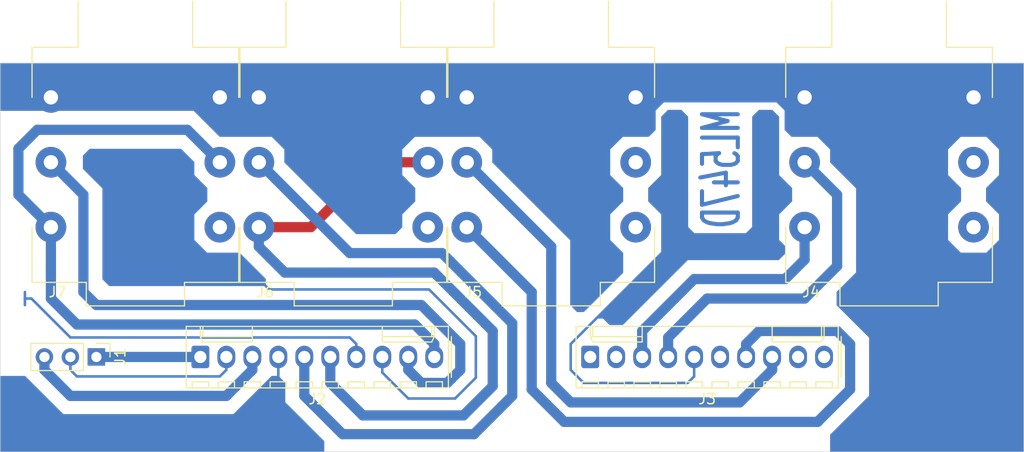
<source format=kicad_pcb>
(kicad_pcb (version 20171130) (host pcbnew 5.1.7-a382d34a8~87~ubuntu16.04.1)

  (general
    (thickness 1.6)
    (drawings 11)
    (tracks 119)
    (zones 0)
    (modules 7)
    (nets 28)
  )

  (page A4)
  (layers
    (0 F.Cu signal)
    (31 B.Cu signal)
    (32 B.Adhes user)
    (33 F.Adhes user)
    (34 B.Paste user)
    (35 F.Paste user)
    (36 B.SilkS user)
    (37 F.SilkS user)
    (38 B.Mask user)
    (39 F.Mask user)
    (40 Dwgs.User user)
    (41 Cmts.User user)
    (42 Eco1.User user)
    (43 Eco2.User user)
    (44 Edge.Cuts user)
    (45 Margin user)
    (46 B.CrtYd user)
    (47 F.CrtYd user)
    (48 B.Fab user)
    (49 F.Fab user)
  )

  (setup
    (last_trace_width 0.25)
    (user_trace_width 1)
    (user_trace_width 4)
    (trace_clearance 0.2)
    (zone_clearance 0.508)
    (zone_45_only no)
    (trace_min 0.2)
    (via_size 0.8)
    (via_drill 0.4)
    (via_min_size 0.4)
    (via_min_drill 0.3)
    (uvia_size 0.3)
    (uvia_drill 0.1)
    (uvias_allowed no)
    (uvia_min_size 0.2)
    (uvia_min_drill 0.1)
    (edge_width 0.05)
    (segment_width 0.2)
    (pcb_text_width 0.3)
    (pcb_text_size 1.5 1.5)
    (mod_edge_width 0.12)
    (mod_text_size 1 1)
    (mod_text_width 0.15)
    (pad_size 1.524 1.524)
    (pad_drill 0.762)
    (pad_to_mask_clearance 0)
    (aux_axis_origin 0 0)
    (visible_elements FFFFFF7F)
    (pcbplotparams
      (layerselection 0x010fc_ffffffff)
      (usegerberextensions false)
      (usegerberattributes true)
      (usegerberadvancedattributes true)
      (creategerberjobfile true)
      (excludeedgelayer true)
      (linewidth 0.100000)
      (plotframeref false)
      (viasonmask false)
      (mode 1)
      (useauxorigin false)
      (hpglpennumber 1)
      (hpglpenspeed 20)
      (hpglpendiameter 15.000000)
      (psnegative false)
      (psa4output false)
      (plotreference true)
      (plotvalue true)
      (plotinvisibletext false)
      (padsonsilk false)
      (subtractmaskfromsilk false)
      (outputformat 1)
      (mirror false)
      (drillshape 1)
      (scaleselection 1)
      (outputdirectory ""))
  )

  (net 0 "")
  (net 1 "Net-(J1-Pad2)")
  (net 2 "Net-(J1-Pad1)")
  (net 3 "Net-(J2-Pad7)")
  (net 4 "Net-(J2-Pad6)")
  (net 5 "Net-(J2-Pad5)")
  (net 6 "Net-(J2-Pad4)")
  (net 7 "Net-(J3-Pad10)")
  (net 8 "Net-(J3-Pad9)")
  (net 9 "Net-(J3-Pad8)")
  (net 10 "Net-(J3-Pad7)")
  (net 11 "Net-(J3-Pad6)")
  (net 12 "Net-(J3-Pad5)")
  (net 13 "Net-(J3-Pad4)")
  (net 14 "Net-(J3-Pad3)")
  (net 15 "Net-(J3-Pad2)")
  (net 16 "Net-(J3-Pad1)")
  (net 17 "Net-(J4-PadS)")
  (net 18 "Net-(J4-PadRN)")
  (net 19 "Net-(J4-PadTN)")
  (net 20 "Net-(J5-PadRN)")
  (net 21 "Net-(J5-PadTN)")
  (net 22 "Net-(J6-PadTN)")
  (net 23 "Net-(J7-PadTN)")
  (net 24 "Net-(J1-Pad3)")
  (net 25 "Net-(J2-Pad10)")
  (net 26 "Net-(J2-Pad9)")
  (net 27 "Net-(J2-Pad8)")

  (net_class Default "This is the default net class."
    (clearance 0.2)
    (trace_width 0.25)
    (via_dia 0.8)
    (via_drill 0.4)
    (uvia_dia 0.3)
    (uvia_drill 0.1)
    (add_net "Net-(J1-Pad1)")
    (add_net "Net-(J1-Pad2)")
    (add_net "Net-(J1-Pad3)")
    (add_net "Net-(J2-Pad10)")
    (add_net "Net-(J2-Pad4)")
    (add_net "Net-(J2-Pad5)")
    (add_net "Net-(J2-Pad6)")
    (add_net "Net-(J2-Pad7)")
    (add_net "Net-(J2-Pad8)")
    (add_net "Net-(J2-Pad9)")
    (add_net "Net-(J3-Pad1)")
    (add_net "Net-(J3-Pad10)")
    (add_net "Net-(J3-Pad2)")
    (add_net "Net-(J3-Pad3)")
    (add_net "Net-(J3-Pad4)")
    (add_net "Net-(J3-Pad5)")
    (add_net "Net-(J3-Pad6)")
    (add_net "Net-(J3-Pad7)")
    (add_net "Net-(J3-Pad8)")
    (add_net "Net-(J3-Pad9)")
    (add_net "Net-(J4-PadRN)")
    (add_net "Net-(J4-PadS)")
    (add_net "Net-(J4-PadTN)")
    (add_net "Net-(J5-PadRN)")
    (add_net "Net-(J5-PadTN)")
    (add_net "Net-(J6-PadTN)")
    (add_net "Net-(J7-PadTN)")
  )

  (module ML547D:Molex_KK-254_AE-6410-10A_1x10_P2.54mm_Vertical_reversed (layer F.Cu) (tedit 5FB7B9B0) (tstamp 5FB748FA)
    (at 110.49 172.72 180)
    (descr "Molex KK-254 Interconnect System, old/engineering part number: AE-6410-10A example for new part number: 22-27-2101, 10 Pins (http://www.molex.com/pdm_docs/sd/022272021_sd.pdf), generated with kicad-footprint-generator")
    (tags "connector Molex KK-254 vertical")
    (path /5FB17876)
    (fp_text reference J3 (at 11.43 -4.12 180) (layer F.SilkS)
      (effects (font (size 1 1) (thickness 0.15)))
    )
    (fp_text value Ribbon (at 11.43 4.08 180) (layer F.Fab)
      (effects (font (size 1 1) (thickness 0.15)))
    )
    (fp_text user %R (at 11.43 -2.22 180) (layer F.Fab)
      (effects (font (size 1 1) (thickness 0.15)))
    )
    (fp_line (start -1.27 -2.92) (end -1.27 2.88) (layer F.Fab) (width 0.1))
    (fp_line (start -1.27 2.88) (end 24.13 2.88) (layer F.Fab) (width 0.1))
    (fp_line (start 24.13 2.88) (end 24.13 -2.92) (layer F.Fab) (width 0.1))
    (fp_line (start 24.13 -2.92) (end -1.27 -2.92) (layer F.Fab) (width 0.1))
    (fp_line (start -1.38 -3.03) (end -1.38 2.99) (layer F.SilkS) (width 0.12))
    (fp_line (start -1.38 2.99) (end 24.24 2.99) (layer F.SilkS) (width 0.12))
    (fp_line (start 24.24 2.99) (end 24.24 -3.03) (layer F.SilkS) (width 0.12))
    (fp_line (start 24.24 -3.03) (end -1.38 -3.03) (layer F.SilkS) (width 0.12))
    (fp_line (start -1.67 -2) (end -1.67 2) (layer F.SilkS) (width 0.12))
    (fp_line (start -1.27 -0.5) (end -0.562893 0) (layer F.Fab) (width 0.1))
    (fp_line (start -0.562893 0) (end -1.27 0.5) (layer F.Fab) (width 0.1))
    (fp_line (start 0 2.99) (end 0 1.99) (layer F.SilkS) (width 0.12))
    (fp_line (start 0 1.99) (end 5.08 1.99) (layer F.SilkS) (width 0.12))
    (fp_line (start 5.08 1.99) (end 5.08 2.99) (layer F.SilkS) (width 0.12))
    (fp_line (start 0 1.99) (end 0.25 1.46) (layer F.SilkS) (width 0.12))
    (fp_line (start 0.25 1.46) (end 5.08 1.46) (layer F.SilkS) (width 0.12))
    (fp_line (start 5.08 1.46) (end 5.08 1.99) (layer F.SilkS) (width 0.12))
    (fp_line (start 0.25 2.99) (end 0.25 1.99) (layer F.SilkS) (width 0.12))
    (fp_line (start 22.86 2.99) (end 22.86 1.99) (layer F.SilkS) (width 0.12))
    (fp_line (start 22.86 1.99) (end 17.78 1.99) (layer F.SilkS) (width 0.12))
    (fp_line (start 17.78 1.99) (end 17.78 2.99) (layer F.SilkS) (width 0.12))
    (fp_line (start 22.86 1.99) (end 22.61 1.46) (layer F.SilkS) (width 0.12))
    (fp_line (start 22.61 1.46) (end 17.78 1.46) (layer F.SilkS) (width 0.12))
    (fp_line (start 17.78 1.46) (end 17.78 1.99) (layer F.SilkS) (width 0.12))
    (fp_line (start 22.61 2.99) (end 22.61 1.99) (layer F.SilkS) (width 0.12))
    (fp_line (start -0.8 -3.03) (end -0.8 -2.43) (layer F.SilkS) (width 0.12))
    (fp_line (start -0.8 -2.43) (end 0.8 -2.43) (layer F.SilkS) (width 0.12))
    (fp_line (start 0.8 -2.43) (end 0.8 -3.03) (layer F.SilkS) (width 0.12))
    (fp_line (start 1.74 -3.03) (end 1.74 -2.43) (layer F.SilkS) (width 0.12))
    (fp_line (start 1.74 -2.43) (end 3.34 -2.43) (layer F.SilkS) (width 0.12))
    (fp_line (start 3.34 -2.43) (end 3.34 -3.03) (layer F.SilkS) (width 0.12))
    (fp_line (start 4.28 -3.03) (end 4.28 -2.43) (layer F.SilkS) (width 0.12))
    (fp_line (start 4.28 -2.43) (end 5.88 -2.43) (layer F.SilkS) (width 0.12))
    (fp_line (start 5.88 -2.43) (end 5.88 -3.03) (layer F.SilkS) (width 0.12))
    (fp_line (start 6.82 -3.03) (end 6.82 -2.43) (layer F.SilkS) (width 0.12))
    (fp_line (start 6.82 -2.43) (end 8.42 -2.43) (layer F.SilkS) (width 0.12))
    (fp_line (start 8.42 -2.43) (end 8.42 -3.03) (layer F.SilkS) (width 0.12))
    (fp_line (start 9.36 -3.03) (end 9.36 -2.43) (layer F.SilkS) (width 0.12))
    (fp_line (start 9.36 -2.43) (end 10.96 -2.43) (layer F.SilkS) (width 0.12))
    (fp_line (start 10.96 -2.43) (end 10.96 -3.03) (layer F.SilkS) (width 0.12))
    (fp_line (start 11.9 -3.03) (end 11.9 -2.43) (layer F.SilkS) (width 0.12))
    (fp_line (start 11.9 -2.43) (end 13.5 -2.43) (layer F.SilkS) (width 0.12))
    (fp_line (start 13.5 -2.43) (end 13.5 -3.03) (layer F.SilkS) (width 0.12))
    (fp_line (start 14.44 -3.03) (end 14.44 -2.43) (layer F.SilkS) (width 0.12))
    (fp_line (start 14.44 -2.43) (end 16.04 -2.43) (layer F.SilkS) (width 0.12))
    (fp_line (start 16.04 -2.43) (end 16.04 -3.03) (layer F.SilkS) (width 0.12))
    (fp_line (start 16.98 -3.03) (end 16.98 -2.43) (layer F.SilkS) (width 0.12))
    (fp_line (start 16.98 -2.43) (end 18.58 -2.43) (layer F.SilkS) (width 0.12))
    (fp_line (start 18.58 -2.43) (end 18.58 -3.03) (layer F.SilkS) (width 0.12))
    (fp_line (start 19.52 -3.03) (end 19.52 -2.43) (layer F.SilkS) (width 0.12))
    (fp_line (start 19.52 -2.43) (end 21.12 -2.43) (layer F.SilkS) (width 0.12))
    (fp_line (start 21.12 -2.43) (end 21.12 -3.03) (layer F.SilkS) (width 0.12))
    (fp_line (start 22.06 -3.03) (end 22.06 -2.43) (layer F.SilkS) (width 0.12))
    (fp_line (start 22.06 -2.43) (end 23.66 -2.43) (layer F.SilkS) (width 0.12))
    (fp_line (start 23.66 -2.43) (end 23.66 -3.03) (layer F.SilkS) (width 0.12))
    (fp_line (start -1.77 -3.42) (end -1.77 3.38) (layer F.CrtYd) (width 0.05))
    (fp_line (start -1.77 3.38) (end 24.63 3.38) (layer F.CrtYd) (width 0.05))
    (fp_line (start 24.63 3.38) (end 24.63 -3.42) (layer F.CrtYd) (width 0.05))
    (fp_line (start 24.63 -3.42) (end -1.77 -3.42) (layer F.CrtYd) (width 0.05))
    (pad 10 thru_hole oval (at 0 0 180) (size 1.74 2.19) (drill 1.19) (layers *.Cu *.Mask)
      (net 7 "Net-(J3-Pad10)"))
    (pad 9 thru_hole oval (at 2.54 0 180) (size 1.74 2.19) (drill 1.19) (layers *.Cu *.Mask)
      (net 8 "Net-(J3-Pad9)"))
    (pad 8 thru_hole oval (at 5.08 0 180) (size 1.74 2.19) (drill 1.19) (layers *.Cu *.Mask)
      (net 9 "Net-(J3-Pad8)"))
    (pad 7 thru_hole oval (at 7.62 0 180) (size 1.74 2.19) (drill 1.19) (layers *.Cu *.Mask)
      (net 10 "Net-(J3-Pad7)"))
    (pad 6 thru_hole oval (at 10.16 0 180) (size 1.74 2.19) (drill 1.19) (layers *.Cu *.Mask)
      (net 11 "Net-(J3-Pad6)"))
    (pad 5 thru_hole oval (at 12.7 0 180) (size 1.74 2.19) (drill 1.19) (layers *.Cu *.Mask)
      (net 12 "Net-(J3-Pad5)"))
    (pad 4 thru_hole oval (at 15.24 0 180) (size 1.74 2.19) (drill 1.19) (layers *.Cu *.Mask)
      (net 13 "Net-(J3-Pad4)"))
    (pad 3 thru_hole oval (at 17.78 0 180) (size 1.74 2.19) (drill 1.19) (layers *.Cu *.Mask)
      (net 14 "Net-(J3-Pad3)"))
    (pad 2 thru_hole oval (at 20.32 0 180) (size 1.74 2.19) (drill 1.19) (layers *.Cu *.Mask)
      (net 15 "Net-(J3-Pad2)"))
    (pad 1 thru_hole roundrect (at 22.86 0 180) (size 1.74 2.19) (drill 1.19) (layers *.Cu *.Mask) (roundrect_rratio 0.144)
      (net 16 "Net-(J3-Pad1)"))
    (model ${KISYS3DMOD}/Connector_Molex.3dshapes/Molex_KK-254_AE-6410-10A_1x10_P2.54mm_Vertical.wrl
      (at (xyz 0 0 0))
      (scale (xyz 1 1 1))
      (rotate (xyz 0 0 0))
    )
  )

  (module ML547D:Molex_KK-254_AE-6410-10A_1x10_P2.54mm_Vertical_reversed (layer F.Cu) (tedit 5FB7B9B0) (tstamp 5FB7397B)
    (at 72.39 172.72 180)
    (descr "Molex KK-254 Interconnect System, old/engineering part number: AE-6410-10A example for new part number: 22-27-2101, 10 Pins (http://www.molex.com/pdm_docs/sd/022272021_sd.pdf), generated with kicad-footprint-generator")
    (tags "connector Molex KK-254 vertical")
    (path /5FB1AD9E)
    (fp_text reference J2 (at 11.43 -4.12 180) (layer F.SilkS)
      (effects (font (size 1 1) (thickness 0.15)))
    )
    (fp_text value Ribbon (at 11.43 4.08 180) (layer F.Fab)
      (effects (font (size 1 1) (thickness 0.15)))
    )
    (fp_text user %R (at 11.43 -2.22 180) (layer F.Fab)
      (effects (font (size 1 1) (thickness 0.15)))
    )
    (fp_line (start -1.27 -2.92) (end -1.27 2.88) (layer F.Fab) (width 0.1))
    (fp_line (start -1.27 2.88) (end 24.13 2.88) (layer F.Fab) (width 0.1))
    (fp_line (start 24.13 2.88) (end 24.13 -2.92) (layer F.Fab) (width 0.1))
    (fp_line (start 24.13 -2.92) (end -1.27 -2.92) (layer F.Fab) (width 0.1))
    (fp_line (start -1.38 -3.03) (end -1.38 2.99) (layer F.SilkS) (width 0.12))
    (fp_line (start -1.38 2.99) (end 24.24 2.99) (layer F.SilkS) (width 0.12))
    (fp_line (start 24.24 2.99) (end 24.24 -3.03) (layer F.SilkS) (width 0.12))
    (fp_line (start 24.24 -3.03) (end -1.38 -3.03) (layer F.SilkS) (width 0.12))
    (fp_line (start -1.67 -2) (end -1.67 2) (layer F.SilkS) (width 0.12))
    (fp_line (start -1.27 -0.5) (end -0.562893 0) (layer F.Fab) (width 0.1))
    (fp_line (start -0.562893 0) (end -1.27 0.5) (layer F.Fab) (width 0.1))
    (fp_line (start 0 2.99) (end 0 1.99) (layer F.SilkS) (width 0.12))
    (fp_line (start 0 1.99) (end 5.08 1.99) (layer F.SilkS) (width 0.12))
    (fp_line (start 5.08 1.99) (end 5.08 2.99) (layer F.SilkS) (width 0.12))
    (fp_line (start 0 1.99) (end 0.25 1.46) (layer F.SilkS) (width 0.12))
    (fp_line (start 0.25 1.46) (end 5.08 1.46) (layer F.SilkS) (width 0.12))
    (fp_line (start 5.08 1.46) (end 5.08 1.99) (layer F.SilkS) (width 0.12))
    (fp_line (start 0.25 2.99) (end 0.25 1.99) (layer F.SilkS) (width 0.12))
    (fp_line (start 22.86 2.99) (end 22.86 1.99) (layer F.SilkS) (width 0.12))
    (fp_line (start 22.86 1.99) (end 17.78 1.99) (layer F.SilkS) (width 0.12))
    (fp_line (start 17.78 1.99) (end 17.78 2.99) (layer F.SilkS) (width 0.12))
    (fp_line (start 22.86 1.99) (end 22.61 1.46) (layer F.SilkS) (width 0.12))
    (fp_line (start 22.61 1.46) (end 17.78 1.46) (layer F.SilkS) (width 0.12))
    (fp_line (start 17.78 1.46) (end 17.78 1.99) (layer F.SilkS) (width 0.12))
    (fp_line (start 22.61 2.99) (end 22.61 1.99) (layer F.SilkS) (width 0.12))
    (fp_line (start -0.8 -3.03) (end -0.8 -2.43) (layer F.SilkS) (width 0.12))
    (fp_line (start -0.8 -2.43) (end 0.8 -2.43) (layer F.SilkS) (width 0.12))
    (fp_line (start 0.8 -2.43) (end 0.8 -3.03) (layer F.SilkS) (width 0.12))
    (fp_line (start 1.74 -3.03) (end 1.74 -2.43) (layer F.SilkS) (width 0.12))
    (fp_line (start 1.74 -2.43) (end 3.34 -2.43) (layer F.SilkS) (width 0.12))
    (fp_line (start 3.34 -2.43) (end 3.34 -3.03) (layer F.SilkS) (width 0.12))
    (fp_line (start 4.28 -3.03) (end 4.28 -2.43) (layer F.SilkS) (width 0.12))
    (fp_line (start 4.28 -2.43) (end 5.88 -2.43) (layer F.SilkS) (width 0.12))
    (fp_line (start 5.88 -2.43) (end 5.88 -3.03) (layer F.SilkS) (width 0.12))
    (fp_line (start 6.82 -3.03) (end 6.82 -2.43) (layer F.SilkS) (width 0.12))
    (fp_line (start 6.82 -2.43) (end 8.42 -2.43) (layer F.SilkS) (width 0.12))
    (fp_line (start 8.42 -2.43) (end 8.42 -3.03) (layer F.SilkS) (width 0.12))
    (fp_line (start 9.36 -3.03) (end 9.36 -2.43) (layer F.SilkS) (width 0.12))
    (fp_line (start 9.36 -2.43) (end 10.96 -2.43) (layer F.SilkS) (width 0.12))
    (fp_line (start 10.96 -2.43) (end 10.96 -3.03) (layer F.SilkS) (width 0.12))
    (fp_line (start 11.9 -3.03) (end 11.9 -2.43) (layer F.SilkS) (width 0.12))
    (fp_line (start 11.9 -2.43) (end 13.5 -2.43) (layer F.SilkS) (width 0.12))
    (fp_line (start 13.5 -2.43) (end 13.5 -3.03) (layer F.SilkS) (width 0.12))
    (fp_line (start 14.44 -3.03) (end 14.44 -2.43) (layer F.SilkS) (width 0.12))
    (fp_line (start 14.44 -2.43) (end 16.04 -2.43) (layer F.SilkS) (width 0.12))
    (fp_line (start 16.04 -2.43) (end 16.04 -3.03) (layer F.SilkS) (width 0.12))
    (fp_line (start 16.98 -3.03) (end 16.98 -2.43) (layer F.SilkS) (width 0.12))
    (fp_line (start 16.98 -2.43) (end 18.58 -2.43) (layer F.SilkS) (width 0.12))
    (fp_line (start 18.58 -2.43) (end 18.58 -3.03) (layer F.SilkS) (width 0.12))
    (fp_line (start 19.52 -3.03) (end 19.52 -2.43) (layer F.SilkS) (width 0.12))
    (fp_line (start 19.52 -2.43) (end 21.12 -2.43) (layer F.SilkS) (width 0.12))
    (fp_line (start 21.12 -2.43) (end 21.12 -3.03) (layer F.SilkS) (width 0.12))
    (fp_line (start 22.06 -3.03) (end 22.06 -2.43) (layer F.SilkS) (width 0.12))
    (fp_line (start 22.06 -2.43) (end 23.66 -2.43) (layer F.SilkS) (width 0.12))
    (fp_line (start 23.66 -2.43) (end 23.66 -3.03) (layer F.SilkS) (width 0.12))
    (fp_line (start -1.77 -3.42) (end -1.77 3.38) (layer F.CrtYd) (width 0.05))
    (fp_line (start -1.77 3.38) (end 24.63 3.38) (layer F.CrtYd) (width 0.05))
    (fp_line (start 24.63 3.38) (end 24.63 -3.42) (layer F.CrtYd) (width 0.05))
    (fp_line (start 24.63 -3.42) (end -1.77 -3.42) (layer F.CrtYd) (width 0.05))
    (pad 10 thru_hole oval (at 0 0 180) (size 1.74 2.19) (drill 1.19) (layers *.Cu *.Mask)
      (net 25 "Net-(J2-Pad10)"))
    (pad 9 thru_hole oval (at 2.54 0 180) (size 1.74 2.19) (drill 1.19) (layers *.Cu *.Mask)
      (net 26 "Net-(J2-Pad9)"))
    (pad 8 thru_hole oval (at 5.08 0 180) (size 1.74 2.19) (drill 1.19) (layers *.Cu *.Mask)
      (net 27 "Net-(J2-Pad8)"))
    (pad 7 thru_hole oval (at 7.62 0 180) (size 1.74 2.19) (drill 1.19) (layers *.Cu *.Mask)
      (net 3 "Net-(J2-Pad7)"))
    (pad 6 thru_hole oval (at 10.16 0 180) (size 1.74 2.19) (drill 1.19) (layers *.Cu *.Mask)
      (net 4 "Net-(J2-Pad6)"))
    (pad 5 thru_hole oval (at 12.7 0 180) (size 1.74 2.19) (drill 1.19) (layers *.Cu *.Mask)
      (net 5 "Net-(J2-Pad5)"))
    (pad 4 thru_hole oval (at 15.24 0 180) (size 1.74 2.19) (drill 1.19) (layers *.Cu *.Mask)
      (net 6 "Net-(J2-Pad4)"))
    (pad 3 thru_hole oval (at 17.78 0 180) (size 1.74 2.19) (drill 1.19) (layers *.Cu *.Mask)
      (net 24 "Net-(J1-Pad3)"))
    (pad 2 thru_hole oval (at 20.32 0 180) (size 1.74 2.19) (drill 1.19) (layers *.Cu *.Mask)
      (net 1 "Net-(J1-Pad2)"))
    (pad 1 thru_hole roundrect (at 22.86 0 180) (size 1.74 2.19) (drill 1.19) (layers *.Cu *.Mask) (roundrect_rratio 0.144)
      (net 2 "Net-(J1-Pad1)"))
    (model ${KISYS3DMOD}/Connector_Molex.3dshapes/Molex_KK-254_AE-6410-10A_1x10_P2.54mm_Vertical.wrl
      (at (xyz 0 0 0))
      (scale (xyz 1 1 1))
      (rotate (xyz 0 0 0))
    )
  )

  (module Connector_PinHeader_2.54mm:PinHeader_1x03_P2.54mm_Vertical (layer F.Cu) (tedit 59FED5CC) (tstamp 5FB73DEB)
    (at 39.37 172.72 270)
    (descr "Through hole straight pin header, 1x03, 2.54mm pitch, single row")
    (tags "Through hole pin header THT 1x03 2.54mm single row")
    (path /5FB2386E)
    (fp_text reference J1 (at 0 -2.33 90) (layer F.SilkS)
      (effects (font (size 1 1) (thickness 0.15)))
    )
    (fp_text value "Direct Out" (at 0 7.41 90) (layer F.Fab)
      (effects (font (size 1 1) (thickness 0.15)))
    )
    (fp_line (start -0.635 -1.27) (end 1.27 -1.27) (layer F.Fab) (width 0.1))
    (fp_line (start 1.27 -1.27) (end 1.27 6.35) (layer F.Fab) (width 0.1))
    (fp_line (start 1.27 6.35) (end -1.27 6.35) (layer F.Fab) (width 0.1))
    (fp_line (start -1.27 6.35) (end -1.27 -0.635) (layer F.Fab) (width 0.1))
    (fp_line (start -1.27 -0.635) (end -0.635 -1.27) (layer F.Fab) (width 0.1))
    (fp_line (start -1.33 6.41) (end 1.33 6.41) (layer F.SilkS) (width 0.12))
    (fp_line (start -1.33 1.27) (end -1.33 6.41) (layer F.SilkS) (width 0.12))
    (fp_line (start 1.33 1.27) (end 1.33 6.41) (layer F.SilkS) (width 0.12))
    (fp_line (start -1.33 1.27) (end 1.33 1.27) (layer F.SilkS) (width 0.12))
    (fp_line (start -1.33 0) (end -1.33 -1.33) (layer F.SilkS) (width 0.12))
    (fp_line (start -1.33 -1.33) (end 0 -1.33) (layer F.SilkS) (width 0.12))
    (fp_line (start -1.8 -1.8) (end -1.8 6.85) (layer F.CrtYd) (width 0.05))
    (fp_line (start -1.8 6.85) (end 1.8 6.85) (layer F.CrtYd) (width 0.05))
    (fp_line (start 1.8 6.85) (end 1.8 -1.8) (layer F.CrtYd) (width 0.05))
    (fp_line (start 1.8 -1.8) (end -1.8 -1.8) (layer F.CrtYd) (width 0.05))
    (fp_text user %R (at 0 2.54) (layer F.Fab)
      (effects (font (size 1 1) (thickness 0.15)))
    )
    (pad 3 thru_hole oval (at 0 5.08 270) (size 1.7 1.7) (drill 1) (layers *.Cu *.Mask)
      (net 24 "Net-(J1-Pad3)"))
    (pad 2 thru_hole oval (at 0 2.54 270) (size 1.7 1.7) (drill 1) (layers *.Cu *.Mask)
      (net 1 "Net-(J1-Pad2)"))
    (pad 1 thru_hole rect (at 0 0 270) (size 1.7 1.7) (drill 1) (layers *.Cu *.Mask)
      (net 2 "Net-(J1-Pad1)"))
    (model ${KISYS3DMOD}/Connector_PinHeader_2.54mm.3dshapes/PinHeader_1x03_P2.54mm_Vertical.wrl
      (at (xyz 0 0 0))
      (scale (xyz 1 1 1))
      (rotate (xyz 0 0 0))
    )
  )

  (module Cliff:CL13345 (layer F.Cu) (tedit 5F96A063) (tstamp 5FB73A5D)
    (at 43.18 147.32 90)
    (path /5FB1DA45)
    (fp_text reference J7 (at -19.05 -7.62 180) (layer F.SilkS)
      (effects (font (size 1 1) (thickness 0.15)))
    )
    (fp_text value "Insert L" (at -6.35 -1.27 270) (layer F.Fab)
      (effects (font (size 1 1) (thickness 0.15)))
    )
    (fp_line (start -20.5 10.1) (end -20.5 -10.1) (layer F.CrtYd) (width 0.05))
    (fp_line (start 9.5 10.1) (end -20.5 10.1) (layer F.CrtYd) (width 0.05))
    (fp_line (start 9.5 -10.1) (end 9.5 10.1) (layer F.CrtYd) (width 0.05))
    (fp_line (start -20.5 -10.1) (end 9.5 -10.1) (layer F.CrtYd) (width 0.05))
    (fp_line (start 4.8 -10) (end 4.8 10) (layer F.Fab) (width 0.12))
    (fp_line (start 4.8 -10) (end -18 -10) (layer F.Fab) (width 0.12))
    (fp_line (start -18 -10) (end -18 10) (layer F.Fab) (width 0.12))
    (fp_line (start -18 10) (end 4.8 10) (layer F.Fab) (width 0.12))
    (fp_line (start -20.3 4.7) (end -20.3 -4.7) (layer F.Fab) (width 0.12))
    (fp_line (start -20.3 -4.7) (end -18 -4.7) (layer F.Fab) (width 0.12))
    (fp_line (start -20.3 4.7) (end -18 4.7) (layer F.Fab) (width 0.12))
    (fp_line (start 9.4 5.5) (end 9.4 -5.5) (layer F.Fab) (width 0.12))
    (fp_line (start 9.4 -5.5) (end 4.8 -5.5) (layer F.Fab) (width 0.12))
    (fp_line (start 9.4 5.5) (end 4.8 5.5) (layer F.Fab) (width 0.12))
    (fp_line (start 9.4 -5.6) (end 4.9 -5.6) (layer F.SilkS) (width 0.12))
    (fp_line (start 4.9 -5.6) (end 4.9 -10.1) (layer F.SilkS) (width 0.12))
    (fp_line (start 4.9 -10.1) (end 0 -10.1) (layer F.SilkS) (width 0.12))
    (fp_line (start 9.4 5.6) (end 4.9 5.6) (layer F.SilkS) (width 0.12))
    (fp_line (start 4.9 5.6) (end 4.9 10.1) (layer F.SilkS) (width 0.12))
    (fp_line (start 4.9 10.1) (end 0 10.1) (layer F.SilkS) (width 0.12))
    (fp_line (start -12.7 -10.1) (end -18.1 -10.1) (layer F.SilkS) (width 0.12))
    (fp_line (start -18.1 -10.1) (end -18.1 -4.8) (layer F.SilkS) (width 0.12))
    (fp_line (start -18.1 -4.8) (end -20.4 -4.8) (layer F.SilkS) (width 0.12))
    (fp_line (start -20.4 -4.8) (end -20.4 4.8) (layer F.SilkS) (width 0.12))
    (fp_line (start -20.4 4.8) (end -18.1 4.8) (layer F.SilkS) (width 0.12))
    (fp_line (start -18.1 4.8) (end -18.1 10.1) (layer F.SilkS) (width 0.12))
    (fp_line (start -18.1 10.1) (end -12.7 10.1) (layer F.SilkS) (width 0.12))
    (fp_text user Jack_6.35mm_Cliff_CL13345 (at -6.35 1.27 90) (layer F.Fab)
      (effects (font (size 1 1) (thickness 0.15)))
    )
    (pad S thru_hole circle (at 0 -8.255 180) (size 3 3) (drill 1.4) (layers *.Cu *.Mask)
      (net 17 "Net-(J4-PadS)"))
    (pad T thru_hole circle (at -12.7 -8.255 180) (size 3 3) (drill 1.4) (layers *.Cu *.Mask)
      (net 25 "Net-(J2-Pad10)"))
    (pad R thru_hole circle (at -6.35 -8.255 180) (size 3 3) (drill 1.4) (layers *.Cu *.Mask)
      (net 26 "Net-(J2-Pad9)"))
    (pad SN thru_hole circle (at 0 8.255 180) (size 3 3) (drill 1.4) (layers *.Cu *.Mask)
      (net 17 "Net-(J4-PadS)"))
    (pad RN thru_hole circle (at -6.35 8.255 180) (size 3 3) (drill 1.4) (layers *.Cu *.Mask)
      (net 25 "Net-(J2-Pad10)"))
    (pad TN thru_hole circle (at -12.7 8.255 180) (size 3 3) (drill 1.4) (layers *.Cu *.Mask)
      (net 23 "Net-(J7-PadTN)"))
    (model ${KIPRJMOD}/CL13345.step
      (offset (xyz -18 -10 0))
      (scale (xyz 1 1 1))
      (rotate (xyz 0 0 -90))
    )
  )

  (module Cliff:CL13345 (layer F.Cu) (tedit 5F96A063) (tstamp 5FB73A37)
    (at 63.5 147.32 90)
    (path /5FB1CCFA)
    (fp_text reference J6 (at -19.05 -7.62 180) (layer F.SilkS)
      (effects (font (size 1 1) (thickness 0.15)))
    )
    (fp_text value "Insert R" (at -6.35 -1.27 270) (layer F.Fab)
      (effects (font (size 1 1) (thickness 0.15)))
    )
    (fp_line (start -20.5 10.1) (end -20.5 -10.1) (layer F.CrtYd) (width 0.05))
    (fp_line (start 9.5 10.1) (end -20.5 10.1) (layer F.CrtYd) (width 0.05))
    (fp_line (start 9.5 -10.1) (end 9.5 10.1) (layer F.CrtYd) (width 0.05))
    (fp_line (start -20.5 -10.1) (end 9.5 -10.1) (layer F.CrtYd) (width 0.05))
    (fp_line (start 4.8 -10) (end 4.8 10) (layer F.Fab) (width 0.12))
    (fp_line (start 4.8 -10) (end -18 -10) (layer F.Fab) (width 0.12))
    (fp_line (start -18 -10) (end -18 10) (layer F.Fab) (width 0.12))
    (fp_line (start -18 10) (end 4.8 10) (layer F.Fab) (width 0.12))
    (fp_line (start -20.3 4.7) (end -20.3 -4.7) (layer F.Fab) (width 0.12))
    (fp_line (start -20.3 -4.7) (end -18 -4.7) (layer F.Fab) (width 0.12))
    (fp_line (start -20.3 4.7) (end -18 4.7) (layer F.Fab) (width 0.12))
    (fp_line (start 9.4 5.5) (end 9.4 -5.5) (layer F.Fab) (width 0.12))
    (fp_line (start 9.4 -5.5) (end 4.8 -5.5) (layer F.Fab) (width 0.12))
    (fp_line (start 9.4 5.5) (end 4.8 5.5) (layer F.Fab) (width 0.12))
    (fp_line (start 9.4 -5.6) (end 4.9 -5.6) (layer F.SilkS) (width 0.12))
    (fp_line (start 4.9 -5.6) (end 4.9 -10.1) (layer F.SilkS) (width 0.12))
    (fp_line (start 4.9 -10.1) (end 0 -10.1) (layer F.SilkS) (width 0.12))
    (fp_line (start 9.4 5.6) (end 4.9 5.6) (layer F.SilkS) (width 0.12))
    (fp_line (start 4.9 5.6) (end 4.9 10.1) (layer F.SilkS) (width 0.12))
    (fp_line (start 4.9 10.1) (end 0 10.1) (layer F.SilkS) (width 0.12))
    (fp_line (start -12.7 -10.1) (end -18.1 -10.1) (layer F.SilkS) (width 0.12))
    (fp_line (start -18.1 -10.1) (end -18.1 -4.8) (layer F.SilkS) (width 0.12))
    (fp_line (start -18.1 -4.8) (end -20.4 -4.8) (layer F.SilkS) (width 0.12))
    (fp_line (start -20.4 -4.8) (end -20.4 4.8) (layer F.SilkS) (width 0.12))
    (fp_line (start -20.4 4.8) (end -18.1 4.8) (layer F.SilkS) (width 0.12))
    (fp_line (start -18.1 4.8) (end -18.1 10.1) (layer F.SilkS) (width 0.12))
    (fp_line (start -18.1 10.1) (end -12.7 10.1) (layer F.SilkS) (width 0.12))
    (fp_text user Jack_6.35mm_Cliff_CL13345 (at -6.35 1.27 90) (layer F.Fab)
      (effects (font (size 1 1) (thickness 0.15)))
    )
    (pad S thru_hole circle (at 0 -8.255 180) (size 3 3) (drill 1.4) (layers *.Cu *.Mask)
      (net 17 "Net-(J4-PadS)"))
    (pad T thru_hole circle (at -12.7 -8.255 180) (size 3 3) (drill 1.4) (layers *.Cu *.Mask)
      (net 4 "Net-(J2-Pad6)"))
    (pad R thru_hole circle (at -6.35 -8.255 180) (size 3 3) (drill 1.4) (layers *.Cu *.Mask)
      (net 5 "Net-(J2-Pad5)"))
    (pad SN thru_hole circle (at 0 8.255 180) (size 3 3) (drill 1.4) (layers *.Cu *.Mask)
      (net 17 "Net-(J4-PadS)"))
    (pad RN thru_hole circle (at -6.35 8.255 180) (size 3 3) (drill 1.4) (layers *.Cu *.Mask)
      (net 4 "Net-(J2-Pad6)"))
    (pad TN thru_hole circle (at -12.7 8.255 180) (size 3 3) (drill 1.4) (layers *.Cu *.Mask)
      (net 22 "Net-(J6-PadTN)"))
    (model ${KIPRJMOD}/CL13345.step
      (offset (xyz -18 -10 0))
      (scale (xyz 1 1 1))
      (rotate (xyz 0 0 -90))
    )
  )

  (module Cliff:CL13345 (layer F.Cu) (tedit 5F96A063) (tstamp 5FB73A11)
    (at 83.82 147.32 90)
    (path /5FB1BE3F)
    (fp_text reference J5 (at -19.05 -7.62 180) (layer F.SilkS)
      (effects (font (size 1 1) (thickness 0.15)))
    )
    (fp_text value "Input L" (at -6.35 -1.27 270) (layer F.Fab)
      (effects (font (size 1 1) (thickness 0.15)))
    )
    (fp_line (start -20.5 10.1) (end -20.5 -10.1) (layer F.CrtYd) (width 0.05))
    (fp_line (start 9.5 10.1) (end -20.5 10.1) (layer F.CrtYd) (width 0.05))
    (fp_line (start 9.5 -10.1) (end 9.5 10.1) (layer F.CrtYd) (width 0.05))
    (fp_line (start -20.5 -10.1) (end 9.5 -10.1) (layer F.CrtYd) (width 0.05))
    (fp_line (start 4.8 -10) (end 4.8 10) (layer F.Fab) (width 0.12))
    (fp_line (start 4.8 -10) (end -18 -10) (layer F.Fab) (width 0.12))
    (fp_line (start -18 -10) (end -18 10) (layer F.Fab) (width 0.12))
    (fp_line (start -18 10) (end 4.8 10) (layer F.Fab) (width 0.12))
    (fp_line (start -20.3 4.7) (end -20.3 -4.7) (layer F.Fab) (width 0.12))
    (fp_line (start -20.3 -4.7) (end -18 -4.7) (layer F.Fab) (width 0.12))
    (fp_line (start -20.3 4.7) (end -18 4.7) (layer F.Fab) (width 0.12))
    (fp_line (start 9.4 5.5) (end 9.4 -5.5) (layer F.Fab) (width 0.12))
    (fp_line (start 9.4 -5.5) (end 4.8 -5.5) (layer F.Fab) (width 0.12))
    (fp_line (start 9.4 5.5) (end 4.8 5.5) (layer F.Fab) (width 0.12))
    (fp_line (start 9.4 -5.6) (end 4.9 -5.6) (layer F.SilkS) (width 0.12))
    (fp_line (start 4.9 -5.6) (end 4.9 -10.1) (layer F.SilkS) (width 0.12))
    (fp_line (start 4.9 -10.1) (end 0 -10.1) (layer F.SilkS) (width 0.12))
    (fp_line (start 9.4 5.6) (end 4.9 5.6) (layer F.SilkS) (width 0.12))
    (fp_line (start 4.9 5.6) (end 4.9 10.1) (layer F.SilkS) (width 0.12))
    (fp_line (start 4.9 10.1) (end 0 10.1) (layer F.SilkS) (width 0.12))
    (fp_line (start -12.7 -10.1) (end -18.1 -10.1) (layer F.SilkS) (width 0.12))
    (fp_line (start -18.1 -10.1) (end -18.1 -4.8) (layer F.SilkS) (width 0.12))
    (fp_line (start -18.1 -4.8) (end -20.4 -4.8) (layer F.SilkS) (width 0.12))
    (fp_line (start -20.4 -4.8) (end -20.4 4.8) (layer F.SilkS) (width 0.12))
    (fp_line (start -20.4 4.8) (end -18.1 4.8) (layer F.SilkS) (width 0.12))
    (fp_line (start -18.1 4.8) (end -18.1 10.1) (layer F.SilkS) (width 0.12))
    (fp_line (start -18.1 10.1) (end -12.7 10.1) (layer F.SilkS) (width 0.12))
    (fp_text user Jack_6.35mm_Cliff_CL13345 (at -6.35 1.27 90) (layer F.Fab)
      (effects (font (size 1 1) (thickness 0.15)))
    )
    (pad S thru_hole circle (at 0 -8.255 180) (size 3 3) (drill 1.4) (layers *.Cu *.Mask)
      (net 17 "Net-(J4-PadS)"))
    (pad T thru_hole circle (at -12.7 -8.255 180) (size 3 3) (drill 1.4) (layers *.Cu *.Mask)
      (net 10 "Net-(J3-Pad7)"))
    (pad R thru_hole circle (at -6.35 -8.255 180) (size 3 3) (drill 1.4) (layers *.Cu *.Mask)
      (net 9 "Net-(J3-Pad8)"))
    (pad SN thru_hole circle (at 0 8.255 180) (size 3 3) (drill 1.4) (layers *.Cu *.Mask)
      (net 17 "Net-(J4-PadS)"))
    (pad RN thru_hole circle (at -6.35 8.255 180) (size 3 3) (drill 1.4) (layers *.Cu *.Mask)
      (net 20 "Net-(J5-PadRN)"))
    (pad TN thru_hole circle (at -12.7 8.255 180) (size 3 3) (drill 1.4) (layers *.Cu *.Mask)
      (net 21 "Net-(J5-PadTN)"))
    (model ${KIPRJMOD}/CL13345.step
      (offset (xyz -18 -10 0))
      (scale (xyz 1 1 1))
      (rotate (xyz 0 0 -90))
    )
  )

  (module Cliff:CL13345 (layer F.Cu) (tedit 5F96A063) (tstamp 5FB74365)
    (at 116.84 147.32 90)
    (path /5FB1B38E)
    (fp_text reference J4 (at -19.05 -7.62 180) (layer F.SilkS)
      (effects (font (size 1 1) (thickness 0.15)))
    )
    (fp_text value "Input R" (at -6.35 -1.27 270) (layer F.Fab)
      (effects (font (size 1 1) (thickness 0.15)))
    )
    (fp_line (start -20.5 10.1) (end -20.5 -10.1) (layer F.CrtYd) (width 0.05))
    (fp_line (start 9.5 10.1) (end -20.5 10.1) (layer F.CrtYd) (width 0.05))
    (fp_line (start 9.5 -10.1) (end 9.5 10.1) (layer F.CrtYd) (width 0.05))
    (fp_line (start -20.5 -10.1) (end 9.5 -10.1) (layer F.CrtYd) (width 0.05))
    (fp_line (start 4.8 -10) (end 4.8 10) (layer F.Fab) (width 0.12))
    (fp_line (start 4.8 -10) (end -18 -10) (layer F.Fab) (width 0.12))
    (fp_line (start -18 -10) (end -18 10) (layer F.Fab) (width 0.12))
    (fp_line (start -18 10) (end 4.8 10) (layer F.Fab) (width 0.12))
    (fp_line (start -20.3 4.7) (end -20.3 -4.7) (layer F.Fab) (width 0.12))
    (fp_line (start -20.3 -4.7) (end -18 -4.7) (layer F.Fab) (width 0.12))
    (fp_line (start -20.3 4.7) (end -18 4.7) (layer F.Fab) (width 0.12))
    (fp_line (start 9.4 5.5) (end 9.4 -5.5) (layer F.Fab) (width 0.12))
    (fp_line (start 9.4 -5.5) (end 4.8 -5.5) (layer F.Fab) (width 0.12))
    (fp_line (start 9.4 5.5) (end 4.8 5.5) (layer F.Fab) (width 0.12))
    (fp_line (start 9.4 -5.6) (end 4.9 -5.6) (layer F.SilkS) (width 0.12))
    (fp_line (start 4.9 -5.6) (end 4.9 -10.1) (layer F.SilkS) (width 0.12))
    (fp_line (start 4.9 -10.1) (end 0 -10.1) (layer F.SilkS) (width 0.12))
    (fp_line (start 9.4 5.6) (end 4.9 5.6) (layer F.SilkS) (width 0.12))
    (fp_line (start 4.9 5.6) (end 4.9 10.1) (layer F.SilkS) (width 0.12))
    (fp_line (start 4.9 10.1) (end 0 10.1) (layer F.SilkS) (width 0.12))
    (fp_line (start -12.7 -10.1) (end -18.1 -10.1) (layer F.SilkS) (width 0.12))
    (fp_line (start -18.1 -10.1) (end -18.1 -4.8) (layer F.SilkS) (width 0.12))
    (fp_line (start -18.1 -4.8) (end -20.4 -4.8) (layer F.SilkS) (width 0.12))
    (fp_line (start -20.4 -4.8) (end -20.4 4.8) (layer F.SilkS) (width 0.12))
    (fp_line (start -20.4 4.8) (end -18.1 4.8) (layer F.SilkS) (width 0.12))
    (fp_line (start -18.1 4.8) (end -18.1 10.1) (layer F.SilkS) (width 0.12))
    (fp_line (start -18.1 10.1) (end -12.7 10.1) (layer F.SilkS) (width 0.12))
    (fp_text user Jack_6.35mm_Cliff_CL13345 (at -6.35 1.27 90) (layer F.Fab)
      (effects (font (size 1 1) (thickness 0.15)))
    )
    (pad S thru_hole circle (at 0 -8.255 180) (size 3 3) (drill 1.4) (layers *.Cu *.Mask)
      (net 17 "Net-(J4-PadS)"))
    (pad T thru_hole circle (at -12.7 -8.255 180) (size 3 3) (drill 1.4) (layers *.Cu *.Mask)
      (net 14 "Net-(J3-Pad3)"))
    (pad R thru_hole circle (at -6.35 -8.255 180) (size 3 3) (drill 1.4) (layers *.Cu *.Mask)
      (net 13 "Net-(J3-Pad4)"))
    (pad SN thru_hole circle (at 0 8.255 180) (size 3 3) (drill 1.4) (layers *.Cu *.Mask)
      (net 17 "Net-(J4-PadS)"))
    (pad RN thru_hole circle (at -6.35 8.255 180) (size 3 3) (drill 1.4) (layers *.Cu *.Mask)
      (net 18 "Net-(J4-PadRN)"))
    (pad TN thru_hole circle (at -12.7 8.255 180) (size 3 3) (drill 1.4) (layers *.Cu *.Mask)
      (net 19 "Net-(J4-PadTN)"))
    (model ${KIPRJMOD}/CL13345.step
      (offset (xyz -18 -10 0))
      (scale (xyz 1 1 1))
      (rotate (xyz 0 0 -90))
    )
  )

  (gr_text ML547D (at 100.457 154.305 90) (layer B.Cu)
    (effects (font (size 3.5 2) (thickness 0.4)) (justify mirror))
  )
  (gr_poly (pts (xy 130 162.56) (xy 126.365 162.56) (xy 127.635 161.29) (xy 127.635 158.75) (xy 126.365 157.48) (xy 126.365 156.21) (xy 127.635 154.94) (xy 127.635 152.4) (xy 126.365 151.13) (xy 130 151.13)) (layer B.Cu) (width 0.1))
  (gr_poly (pts (xy 36.195 178.435) (xy 52.705 178.435) (xy 56.515 174.625) (xy 57.15 174.625) (xy 57.785 175.26) (xy 57.785 177.165) (xy 61.595 180.975) (xy 61.595 182) (xy 30 182) (xy 30 174.625) (xy 32.385 174.625)) (layer B.Cu) (width 0.1))
  (gr_poly (pts (xy 48.895 153.67) (xy 48.895 154.94) (xy 50.165 156.21) (xy 50.165 157.48) (xy 48.895 158.75) (xy 48.895 161.29) (xy 50.165 162.56) (xy 53.34 162.56) (xy 55.88 165.1) (xy 55.88 165.735) (xy 40.64 165.735) (xy 40.005 165.1) (xy 40.005 156.21) (xy 38.1 154.305) (xy 38.1 153.035) (xy 38.735 152.4) (xy 47.625 152.4)) (layer B.Cu) (width 0.1))
  (gr_poly (pts (xy 96.52 148.59) (xy 97.155 149.225) (xy 97.155 160.02) (xy 97.79 160.655) (xy 102.87 160.655) (xy 103.505 160.02) (xy 103.505 149.225) (xy 104.14 148.59) (xy 105.41 148.59) (xy 106.045 149.225) (xy 106.045 154.94) (xy 107.315 156.21) (xy 107.315 157.48) (xy 106.045 158.75) (xy 106.045 161.29) (xy 106.68 161.925) (xy 106.68 162.56) (xy 106.045 163.195) (xy 97.155 163.195) (xy 90.805 169.545) (xy 89.535 169.545) (xy 88.9 168.91) (xy 88.265 168.91) (xy 94.615 162.56) (xy 94.615 158.75) (xy 93.345 157.48) (xy 93.345 156.21) (xy 94.615 154.94) (xy 94.615 149.225) (xy 95.25 148.59)) (layer B.Cu) (width 0.1))
  (gr_poly (pts (xy 130 151.13) (xy 123.825 151.13) (xy 122.555 152.4) (xy 122.555 154.94) (xy 123.825 156.21) (xy 123.825 157.48) (xy 122.555 158.75) (xy 122.555 161.29) (xy 123.825 162.56) (xy 130 162.56) (xy 130 182) (xy 111.125 182) (xy 111.125 180.34) (xy 114.935 176.53) (xy 114.935 170.815) (xy 111.76 167.64) (xy 111.76 166.37) (xy 113.665 164.465) (xy 113.665 156.21) (xy 111.125 153.67) (xy 111.125 152.4) (xy 109.855 151.13) (xy 107.315 151.13) (xy 106.68 150.495) (xy 106.68 144) (xy 130 144)) (layer B.Cu) (width 0.1))
  (gr_poly (pts (xy 106.68 144) (xy 106.68 148.59) (xy 105.41 147.32) (xy 95.25 147.32) (xy 93.98 148.59) (xy 93.98 150.495) (xy 93.345 151.13) (xy 90.805 151.13) (xy 89.535 152.4) (xy 89.535 154.94) (xy 90.805 156.21) (xy 90.805 157.48) (xy 89.535 158.75) (xy 89.535 161.29) (xy 90.805 162.56) (xy 90.805 164.465) (xy 86.995 168.275) (xy 86.36 168.275) (xy 85.725 167.64) (xy 85.725 161.29) (xy 78.105 153.67) (xy 78.105 152.4) (xy 76.835 151.13) (xy 70.485 151.13) (xy 69.215 152.4) (xy 69.215 154.94) (xy 70.485 156.21) (xy 70.485 157.48) (xy 69.215 158.75) (xy 69.215 160.02) (xy 68.58 160.655) (xy 64.77 160.655) (xy 57.785 153.67) (xy 57.785 152.4) (xy 56.515 151.13) (xy 51.435 151.13) (xy 48.895 148.59) (xy 30 148.59) (xy 30 144)) (layer B.Cu) (width 0.1))
  (gr_line (start 30 144) (end 30 182) (layer Edge.Cuts) (width 0.05) (tstamp 5FB7220D))
  (gr_line (start 130 144) (end 30 144) (layer Edge.Cuts) (width 0.05))
  (gr_line (start 130 182) (end 130 144) (layer Edge.Cuts) (width 0.05))
  (gr_line (start 30 182) (end 130 182) (layer Edge.Cuts) (width 0.05))

  (segment (start 52.07 172.72) (end 52.07 173.355) (width 0.25) (layer B.Cu) (net 1))
  (segment (start 36.83 173.99) (end 36.83 172.72) (width 0.25) (layer B.Cu) (net 1))
  (segment (start 52.07 172.72) (end 52.07 173.99) (width 0.25) (layer B.Cu) (net 1))
  (segment (start 51.435 174.625) (end 37.465 174.625) (width 0.25) (layer B.Cu) (net 1))
  (segment (start 52.07 173.99) (end 51.435 174.625) (width 0.25) (layer B.Cu) (net 1))
  (segment (start 37.465 174.625) (end 36.83 173.99) (width 0.25) (layer B.Cu) (net 1))
  (segment (start 39.37 172.72) (end 49.53 172.72) (width 1) (layer B.Cu) (net 2))
  (segment (start 32.385 175.895) (end 32.385 175.26) (width 0.25) (layer B.Cu) (net 6))
  (segment (start 32.385 175.895) (end 32.385 176.53) (width 0.25) (layer B.Cu) (net 6))
  (segment (start 33.02 175.895) (end 32.385 175.895) (width 0.25) (layer B.Cu) (net 6))
  (segment (start 57.15 172.72) (end 57.15 174.625) (width 0.25) (layer B.Cu) (net 6))
  (segment (start 57.15 174.625) (end 53.34 178.435) (width 0.25) (layer B.Cu) (net 6))
  (segment (start 53.34 178.435) (end 35.56 178.435) (width 0.25) (layer B.Cu) (net 6))
  (segment (start 35.56 178.435) (end 33.02 175.895) (width 0.25) (layer B.Cu) (net 6))
  (segment (start 64.135 162.56) (end 55.245 153.67) (width 1) (layer B.Cu) (net 5))
  (segment (start 80.01 176.53) (end 80.01 169.419) (width 1) (layer B.Cu) (net 5))
  (segment (start 59.69 172.72) (end 59.69 176.53) (width 1) (layer B.Cu) (net 5))
  (segment (start 73.151 162.56) (end 64.135 162.56) (width 1) (layer B.Cu) (net 5))
  (segment (start 59.69 176.53) (end 63.43499 180.27499) (width 1) (layer B.Cu) (net 5))
  (segment (start 80.01 169.419) (end 73.151 162.56) (width 1) (layer B.Cu) (net 5))
  (segment (start 76.26501 180.27499) (end 80.01 176.53) (width 1) (layer B.Cu) (net 5))
  (segment (start 63.43499 180.27499) (end 76.26501 180.27499) (width 1) (layer B.Cu) (net 5))
  (segment (start 57.785 164.465) (end 55.245 161.925) (width 1) (layer B.Cu) (net 4))
  (segment (start 55.245 161.925) (end 55.245 160.02) (width 1) (layer B.Cu) (net 4))
  (segment (start 72.39 164.465) (end 57.785 164.465) (width 1) (layer B.Cu) (net 4))
  (segment (start 78.105 170.18) (end 72.39 164.465) (width 1) (layer B.Cu) (net 4))
  (segment (start 78.105 175.5775) (end 78.105 170.18) (width 1) (layer B.Cu) (net 4))
  (segment (start 62.23 172.72) (end 62.23 175.26) (width 1) (layer B.Cu) (net 4))
  (segment (start 65.405 178.435) (end 75.2475 178.435) (width 1) (layer B.Cu) (net 4))
  (segment (start 62.23 175.26) (end 65.405 178.435) (width 1) (layer B.Cu) (net 4))
  (segment (start 75.2475 178.435) (end 78.105 175.5775) (width 1) (layer B.Cu) (net 4))
  (segment (start 66.675 153.67) (end 71.755 153.67) (width 1) (layer F.Cu) (net 4))
  (segment (start 60.325 160.02) (end 66.675 153.67) (width 1) (layer F.Cu) (net 4))
  (segment (start 55.245 160.02) (end 60.325 160.02) (width 1) (layer F.Cu) (net 4))
  (segment (start 64.77 172.72) (end 64.77 171.45) (width 0.25) (layer B.Cu) (net 3))
  (segment (start 64.77 171.45) (end 64.135 170.815) (width 0.25) (layer B.Cu) (net 3))
  (segment (start 64.135 170.815) (end 36.83 170.815) (width 0.25) (layer B.Cu) (net 3))
  (segment (start 36.83 170.815) (end 33.02 167.005) (width 0.25) (layer B.Cu) (net 3))
  (segment (start 33.02 167.005) (end 32.385 167.005) (width 0.25) (layer B.Cu) (net 3))
  (segment (start 32.385 167.005) (end 32.385 166.37) (width 0.25) (layer B.Cu) (net 3))
  (segment (start 32.385 167.005) (end 32.385 167.64) (width 0.25) (layer B.Cu) (net 3))
  (segment (start 47.752 156.464) (end 48.514 156.464) (width 0.25) (layer B.Cu) (net 27))
  (segment (start 47.752 156.464) (end 46.99 156.464) (width 0.25) (layer B.Cu) (net 27))
  (segment (start 47.752 161.29) (end 47.752 156.464) (width 0.25) (layer B.Cu) (net 27))
  (segment (start 69.85 176.784) (end 74.422 176.784) (width 0.25) (layer B.Cu) (net 27))
  (segment (start 67.31 174.244) (end 69.85 176.784) (width 0.25) (layer B.Cu) (net 27))
  (segment (start 67.31 172.72) (end 67.31 174.244) (width 0.25) (layer B.Cu) (net 27))
  (segment (start 76.454 170.688) (end 71.882 166.116) (width 0.25) (layer B.Cu) (net 27))
  (segment (start 76.454 174.752) (end 76.454 170.688) (width 0.25) (layer B.Cu) (net 27))
  (segment (start 55.245 165.1) (end 51.562 165.1) (width 0.25) (layer B.Cu) (net 27))
  (segment (start 74.422 176.784) (end 76.454 174.752) (width 0.25) (layer B.Cu) (net 27))
  (segment (start 71.882 166.116) (end 56.261 166.116) (width 0.25) (layer B.Cu) (net 27))
  (segment (start 51.562 165.1) (end 47.752 161.29) (width 0.25) (layer B.Cu) (net 27))
  (segment (start 56.261 166.116) (end 55.245 165.1) (width 0.25) (layer B.Cu) (net 27))
  (segment (start 74.93 171.45) (end 71.12 167.64) (width 1) (layer B.Cu) (net 26))
  (segment (start 69.85 172.72) (end 69.85 173.99) (width 1) (layer B.Cu) (net 26))
  (segment (start 38.1 156.845) (end 34.925 153.67) (width 1) (layer B.Cu) (net 26))
  (segment (start 69.85 173.99) (end 71.12 175.26) (width 1) (layer B.Cu) (net 26))
  (segment (start 38.1 166.37) (end 38.1 156.845) (width 1) (layer B.Cu) (net 26))
  (segment (start 71.12 167.64) (end 39.37 167.64) (width 1) (layer B.Cu) (net 26))
  (segment (start 71.12 175.26) (end 73.66 175.26) (width 1) (layer B.Cu) (net 26))
  (segment (start 39.37 167.64) (end 38.1 166.37) (width 1) (layer B.Cu) (net 26))
  (segment (start 74.93 173.99) (end 74.93 171.45) (width 1) (layer B.Cu) (net 26))
  (segment (start 73.66 175.26) (end 74.93 173.99) (width 1) (layer B.Cu) (net 26))
  (segment (start 34.925 167.005) (end 34.925 160.02) (width 1) (layer B.Cu) (net 25))
  (segment (start 72.39 172.72) (end 72.39 171.45) (width 1) (layer B.Cu) (net 25))
  (segment (start 72.39 171.45) (end 70.485 169.545) (width 1) (layer B.Cu) (net 25))
  (segment (start 70.485 169.545) (end 37.465 169.545) (width 1) (layer B.Cu) (net 25))
  (segment (start 37.465 169.545) (end 34.925 167.005) (width 1) (layer B.Cu) (net 25))
  (segment (start 48.26 150.495) (end 51.435 153.67) (width 1) (layer B.Cu) (net 25))
  (segment (start 31.75 156.845) (end 31.75 152.337) (width 1) (layer B.Cu) (net 25))
  (segment (start 34.925 160.02) (end 31.75 156.845) (width 1) (layer B.Cu) (net 25))
  (segment (start 31.75 152.337) (end 33.592 150.495) (width 1) (layer B.Cu) (net 25))
  (segment (start 33.592 150.495) (end 48.26 150.495) (width 1) (layer B.Cu) (net 25))
  (segment (start 97.79 165.1) (end 106.68 165.1) (width 1) (layer B.Cu) (net 14))
  (segment (start 106.68 165.1) (end 108.585 163.195) (width 1) (layer B.Cu) (net 14))
  (segment (start 92.71 170.18) (end 97.79 165.1) (width 1) (layer B.Cu) (net 14))
  (segment (start 92.71 172.72) (end 92.71 170.18) (width 1) (layer B.Cu) (net 14))
  (segment (start 108.585 163.195) (end 108.585 160.02) (width 1) (layer B.Cu) (net 14))
  (segment (start 111.76 156.845) (end 108.585 153.67) (width 1) (layer B.Cu) (net 13))
  (segment (start 111.76 163.83) (end 111.76 156.845) (width 1) (layer B.Cu) (net 13))
  (segment (start 95.25 170.815) (end 99.06 167.005) (width 1) (layer B.Cu) (net 13))
  (segment (start 95.25 172.72) (end 95.25 170.815) (width 1) (layer B.Cu) (net 13))
  (segment (start 108.585 167.005) (end 111.76 163.83) (width 1) (layer B.Cu) (net 13))
  (segment (start 99.06 167.005) (end 108.585 167.005) (width 1) (layer B.Cu) (net 13))
  (segment (start 85.725 171.45) (end 94.615 162.56) (width 0.25) (layer B.Cu) (net 12))
  (segment (start 85.725 173.99) (end 85.725 171.45) (width 0.25) (layer B.Cu) (net 12))
  (segment (start 97.79 172.72) (end 97.79 174.625) (width 0.25) (layer B.Cu) (net 12))
  (segment (start 97.79 174.625) (end 97.155 175.26) (width 0.25) (layer B.Cu) (net 12))
  (segment (start 97.155 175.26) (end 86.995 175.26) (width 0.25) (layer B.Cu) (net 12))
  (segment (start 86.995 175.26) (end 85.725 173.99) (width 0.25) (layer B.Cu) (net 12))
  (segment (start 81.915 166.37) (end 75.565 160.02) (width 1) (layer B.Cu) (net 10))
  (segment (start 85.09 179.07) (end 81.915 175.895) (width 1) (layer B.Cu) (net 10))
  (segment (start 113.03 175.895) (end 109.855 179.07) (width 1) (layer B.Cu) (net 10))
  (segment (start 113.03 171.45) (end 113.03 175.895) (width 1) (layer B.Cu) (net 10))
  (segment (start 102.87 172.72) (end 102.87 171.45) (width 1) (layer B.Cu) (net 10))
  (segment (start 109.855 179.07) (end 85.09 179.07) (width 1) (layer B.Cu) (net 10))
  (segment (start 104.14 170.18) (end 111.76 170.18) (width 1) (layer B.Cu) (net 10))
  (segment (start 102.87 171.45) (end 104.14 170.18) (width 1) (layer B.Cu) (net 10))
  (segment (start 81.915 175.895) (end 81.915 166.37) (width 1) (layer B.Cu) (net 10))
  (segment (start 111.76 170.18) (end 113.03 171.45) (width 1) (layer B.Cu) (net 10))
  (segment (start 83.82 161.925) (end 75.565 153.67) (width 1) (layer B.Cu) (net 9))
  (segment (start 83.82 175.26) (end 83.82 161.925) (width 1) (layer B.Cu) (net 9))
  (segment (start 105.41 173.99) (end 102.235 177.165) (width 1) (layer B.Cu) (net 9))
  (segment (start 105.41 172.72) (end 105.41 173.99) (width 1) (layer B.Cu) (net 9))
  (segment (start 102.235 177.165) (end 85.725 177.165) (width 1) (layer B.Cu) (net 9))
  (segment (start 85.725 177.165) (end 83.82 175.26) (width 1) (layer B.Cu) (net 9))
  (segment (start 34.925 147.32) (end 51.435 147.32) (width 1) (layer B.Cu) (net 17))
  (segment (start 51.435 147.32) (end 55.245 147.32) (width 1) (layer B.Cu) (net 17))
  (segment (start 55.245 147.32) (end 71.755 147.32) (width 1) (layer B.Cu) (net 17))
  (segment (start 71.755 147.32) (end 75.565 147.32) (width 1) (layer B.Cu) (net 17))
  (segment (start 75.565 147.32) (end 92.075 147.32) (width 1) (layer B.Cu) (net 17))
  (segment (start 92.075 147.32) (end 108.585 147.32) (width 1) (layer B.Cu) (net 17))
  (segment (start 108.585 147.32) (end 125.095 147.32) (width 1) (layer B.Cu) (net 17))
  (segment (start 34.29 173.99) (end 34.29 172.72) (width 1) (layer B.Cu) (net 24))
  (segment (start 54.61 172.72) (end 54.61 173.99) (width 1) (layer B.Cu) (net 24))
  (segment (start 36.83 176.53) (end 34.29 173.99) (width 1) (layer B.Cu) (net 24))
  (segment (start 54.61 173.99) (end 52.07 176.53) (width 1) (layer B.Cu) (net 24))
  (segment (start 52.07 176.53) (end 36.83 176.53) (width 1) (layer B.Cu) (net 24))

)

</source>
